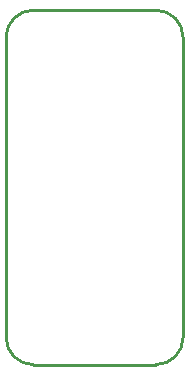
<source format=gko>
G04 Layer: BoardOutlineLayer*
G04 EasyEDA v6.5.39, 2023-12-20 21:18:59*
G04 2abf5bc968cf43d49ad104ab59b79dd7,7f4f139de444478fbfc4ecf2935d5a69,10*
G04 Gerber Generator version 0.2*
G04 Scale: 100 percent, Rotated: No, Reflected: No *
G04 Dimensions in millimeters *
G04 leading zeros omitted , absolute positions ,4 integer and 5 decimal *
%FSLAX45Y45*%
%MOMM*%

%ADD10C,0.2540*%
D10*
X23997Y252605D02*
G01*
X23997Y2792597D01*
X1293997Y22603D02*
G01*
X254000Y22603D01*
X1523992Y2792597D02*
G01*
X1523992Y252605D01*
X254000Y3022600D02*
G01*
X1293997Y3022600D01*
G75*
G01*
X1293995Y3022600D02*
G02*
X1523995Y2792600I0J-230000D01*
G75*
G01*
X1523995Y252606D02*
G02*
X1293995Y22606I-230000J0D01*
G75*
G01*
X253997Y22606D02*
G02*
X23998Y252606I0J230000D01*
G75*
G01*
X23998Y2792600D02*
G02*
X253997Y3022600I229999J0D01*

%LPD*%
M02*

</source>
